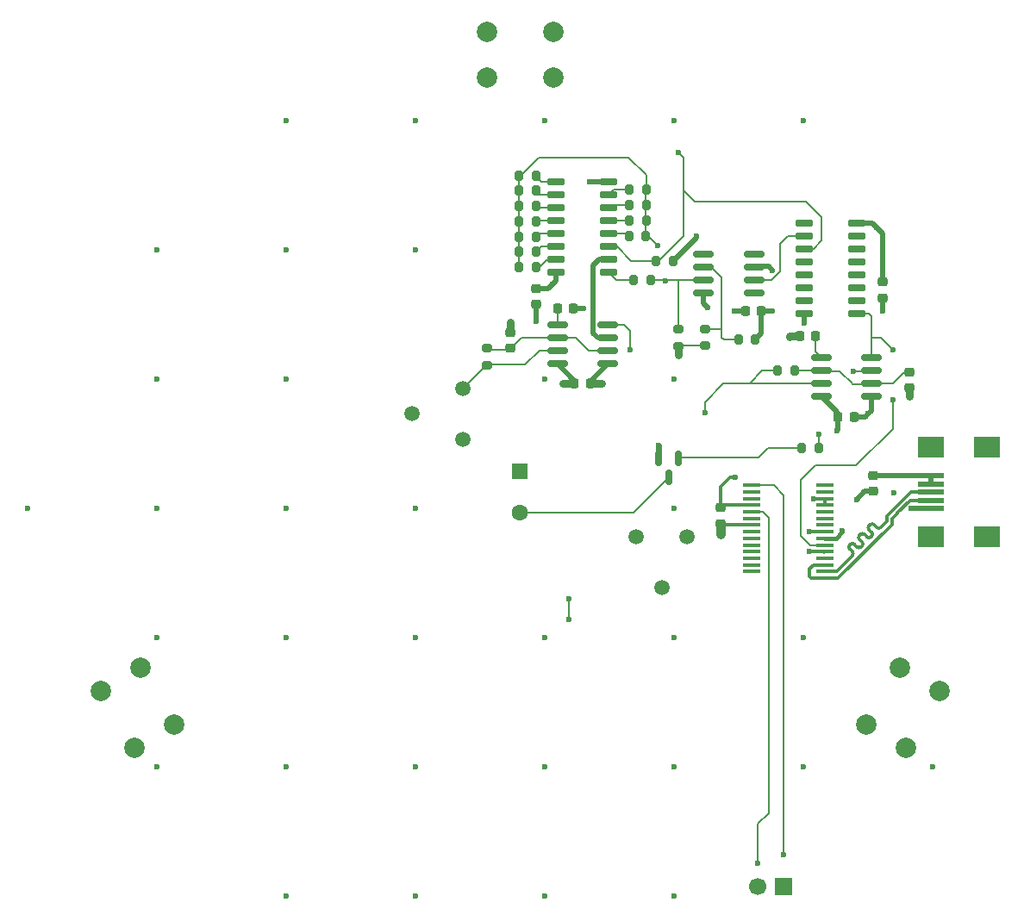
<source format=gbr>
%TF.GenerationSoftware,KiCad,Pcbnew,9.0.1*%
%TF.CreationDate,2025-05-12T19:59:27-03:00*%
%TF.ProjectId,proyecto_desarrollo,70726f79-6563-4746-9f5f-646573617272,rev?*%
%TF.SameCoordinates,Original*%
%TF.FileFunction,Copper,L1,Top*%
%TF.FilePolarity,Positive*%
%FSLAX46Y46*%
G04 Gerber Fmt 4.6, Leading zero omitted, Abs format (unit mm)*
G04 Created by KiCad (PCBNEW 9.0.1) date 2025-05-12 19:59:27*
%MOMM*%
%LPD*%
G01*
G04 APERTURE LIST*
G04 Aperture macros list*
%AMRoundRect*
0 Rectangle with rounded corners*
0 $1 Rounding radius*
0 $2 $3 $4 $5 $6 $7 $8 $9 X,Y pos of 4 corners*
0 Add a 4 corners polygon primitive as box body*
4,1,4,$2,$3,$4,$5,$6,$7,$8,$9,$2,$3,0*
0 Add four circle primitives for the rounded corners*
1,1,$1+$1,$2,$3*
1,1,$1+$1,$4,$5*
1,1,$1+$1,$6,$7*
1,1,$1+$1,$8,$9*
0 Add four rect primitives between the rounded corners*
20,1,$1+$1,$2,$3,$4,$5,0*
20,1,$1+$1,$4,$5,$6,$7,0*
20,1,$1+$1,$6,$7,$8,$9,0*
20,1,$1+$1,$8,$9,$2,$3,0*%
G04 Aperture macros list end*
%TA.AperFunction,SMDPad,CuDef*%
%ADD10RoundRect,0.225000X-0.250000X0.225000X-0.250000X-0.225000X0.250000X-0.225000X0.250000X0.225000X0*%
%TD*%
%TA.AperFunction,SMDPad,CuDef*%
%ADD11RoundRect,0.225000X0.225000X0.250000X-0.225000X0.250000X-0.225000X-0.250000X0.225000X-0.250000X0*%
%TD*%
%TA.AperFunction,SMDPad,CuDef*%
%ADD12RoundRect,0.150000X0.825000X0.150000X-0.825000X0.150000X-0.825000X-0.150000X0.825000X-0.150000X0*%
%TD*%
%TA.AperFunction,SMDPad,CuDef*%
%ADD13RoundRect,0.200000X0.200000X0.275000X-0.200000X0.275000X-0.200000X-0.275000X0.200000X-0.275000X0*%
%TD*%
%TA.AperFunction,SMDPad,CuDef*%
%ADD14RoundRect,0.150000X-0.150000X0.587500X-0.150000X-0.587500X0.150000X-0.587500X0.150000X0.587500X0*%
%TD*%
%TA.AperFunction,SMDPad,CuDef*%
%ADD15RoundRect,0.200000X-0.275000X0.200000X-0.275000X-0.200000X0.275000X-0.200000X0.275000X0.200000X0*%
%TD*%
%TA.AperFunction,SMDPad,CuDef*%
%ADD16RoundRect,0.200000X0.275000X-0.200000X0.275000X0.200000X-0.275000X0.200000X-0.275000X-0.200000X0*%
%TD*%
%TA.AperFunction,SMDPad,CuDef*%
%ADD17RoundRect,0.200000X-0.200000X-0.275000X0.200000X-0.275000X0.200000X0.275000X-0.200000X0.275000X0*%
%TD*%
%TA.AperFunction,SMDPad,CuDef*%
%ADD18RoundRect,0.225000X-0.225000X-0.250000X0.225000X-0.250000X0.225000X0.250000X-0.225000X0.250000X0*%
%TD*%
%TA.AperFunction,ComponentPad*%
%ADD19C,1.498600*%
%TD*%
%TA.AperFunction,SMDPad,CuDef*%
%ADD20RoundRect,0.150000X0.725000X0.150000X-0.725000X0.150000X-0.725000X-0.150000X0.725000X-0.150000X0*%
%TD*%
%TA.AperFunction,SMDPad,CuDef*%
%ADD21RoundRect,0.225000X0.250000X-0.225000X0.250000X0.225000X-0.250000X0.225000X-0.250000X-0.225000X0*%
%TD*%
%TA.AperFunction,ComponentPad*%
%ADD22C,2.000000*%
%TD*%
%TA.AperFunction,SMDPad,CuDef*%
%ADD23RoundRect,0.150000X-0.725000X-0.150000X0.725000X-0.150000X0.725000X0.150000X-0.725000X0.150000X0*%
%TD*%
%TA.AperFunction,SMDPad,CuDef*%
%ADD24R,1.750000X0.450000*%
%TD*%
%TA.AperFunction,ComponentPad*%
%ADD25R,1.700000X1.700000*%
%TD*%
%TA.AperFunction,ComponentPad*%
%ADD26C,1.700000*%
%TD*%
%TA.AperFunction,SMDPad,CuDef*%
%ADD27R,2.500000X0.500000*%
%TD*%
%TA.AperFunction,SMDPad,CuDef*%
%ADD28R,2.500000X2.000000*%
%TD*%
%TA.AperFunction,SMDPad,CuDef*%
%ADD29RoundRect,0.150000X-0.825000X-0.150000X0.825000X-0.150000X0.825000X0.150000X-0.825000X0.150000X0*%
%TD*%
%TA.AperFunction,ComponentPad*%
%ADD30R,1.600000X1.600000*%
%TD*%
%TA.AperFunction,ComponentPad*%
%ADD31C,1.600000*%
%TD*%
%TA.AperFunction,ViaPad*%
%ADD32C,0.600000*%
%TD*%
%TA.AperFunction,Conductor*%
%ADD33C,0.200000*%
%TD*%
%TA.AperFunction,Conductor*%
%ADD34C,0.500000*%
%TD*%
%TA.AperFunction,Conductor*%
%ADD35C,0.300000*%
%TD*%
%TA.AperFunction,Conductor*%
%ADD36C,0.800000*%
%TD*%
%TA.AperFunction,Conductor*%
%ADD37C,0.400000*%
%TD*%
%TA.AperFunction,Conductor*%
%ADD38C,0.900000*%
%TD*%
%TA.AperFunction,Conductor*%
%ADD39C,0.600000*%
%TD*%
G04 APERTURE END LIST*
D10*
%TO.P,C11,1*%
%TO.N,+5V*%
X169675000Y-101550000D03*
%TO.P,C11,2*%
%TO.N,GND*%
X169675000Y-103100000D03*
%TD*%
D11*
%TO.P,C9,1*%
%TO.N,+5V*%
X173675000Y-82250000D03*
%TO.P,C9,2*%
%TO.N,GND*%
X172125000Y-82250000D03*
%TD*%
D12*
%TO.P,U1,1,GND*%
%TO.N,GND*%
X158610000Y-87405000D03*
%TO.P,U1,2,TR*%
%TO.N,Net-(U1-THR)*%
X158610000Y-86135000D03*
%TO.P,U1,3,Q*%
%TO.N,/clock*%
X158610000Y-84865000D03*
%TO.P,U1,4,R*%
%TO.N,Net-(SW1-B)*%
X158610000Y-83595000D03*
%TO.P,U1,5,CV*%
%TO.N,Net-(U1-CV)*%
X153660000Y-83595000D03*
%TO.P,U1,6,THR*%
%TO.N,Net-(U1-THR)*%
X153660000Y-84865000D03*
%TO.P,U1,7,DIS*%
%TO.N,Net-(U1-DIS)*%
X153660000Y-86135000D03*
%TO.P,U1,8,VCC*%
%TO.N,+5V*%
X153660000Y-87405000D03*
%TD*%
D13*
%TO.P,R9,1*%
%TO.N,Net-(U3-Q3)*%
X151525000Y-74900000D03*
%TO.P,R9,2*%
%TO.N,Net-(U5-+)*%
X149875000Y-74900000D03*
%TD*%
D14*
%TO.P,Q1,1,B*%
%TO.N,Net-(Q1-B)*%
X165525000Y-96687500D03*
%TO.P,Q1,2,E*%
%TO.N,GND*%
X163625000Y-96687500D03*
%TO.P,Q1,3,C*%
%TO.N,Net-(BZ1--)*%
X164575000Y-98562500D03*
%TD*%
D13*
%TO.P,R5,1*%
%TO.N,Net-(U2-Q)*%
X179325000Y-95700000D03*
%TO.P,R5,2*%
%TO.N,Net-(Q1-B)*%
X177675000Y-95700000D03*
%TD*%
D15*
%TO.P,R19,1*%
%TO.N,Net-(U5--)*%
X168200000Y-83975000D03*
%TO.P,R19,2*%
%TO.N,GND*%
X168200000Y-85625000D03*
%TD*%
D13*
%TO.P,R18,1*%
%TO.N,+5V*%
X173075000Y-85000000D03*
%TO.P,R18,2*%
%TO.N,Net-(U5--)*%
X171425000Y-85000000D03*
%TD*%
D16*
%TO.P,R1,1*%
%TO.N,Net-(U1-DIS)*%
X146700000Y-87525000D03*
%TO.P,R1,2*%
%TO.N,Net-(U1-THR)*%
X146700000Y-85875000D03*
%TD*%
D17*
%TO.P,R13,1*%
%TO.N,Net-(U3-Q7)*%
X160725000Y-73325000D03*
%TO.P,R13,2*%
%TO.N,Net-(U5-+)*%
X162375000Y-73325000D03*
%TD*%
D18*
%TO.P,C1,1*%
%TO.N,Net-(U1-CV)*%
X153675000Y-82000000D03*
%TO.P,C1,2*%
%TO.N,GND*%
X155225000Y-82000000D03*
%TD*%
%TO.P,C3,1*%
%TO.N,+5V*%
X155325000Y-89300000D03*
%TO.P,C3,2*%
%TO.N,GND*%
X156875000Y-89300000D03*
%TD*%
D12*
%TO.P,U2,1,GND*%
%TO.N,GND*%
X184507499Y-90600000D03*
%TO.P,U2,2,TR*%
%TO.N,Net-(U2-THR)*%
X184507499Y-89330000D03*
%TO.P,U2,3,Q*%
%TO.N,Net-(U2-Q)*%
X184507499Y-88060000D03*
%TO.P,U2,4,R*%
%TO.N,/alarm*%
X184507499Y-86790000D03*
%TO.P,U2,5,CV*%
%TO.N,Net-(U2-CV)*%
X179557499Y-86790000D03*
%TO.P,U2,6,THR*%
%TO.N,Net-(U2-THR)*%
X179557499Y-88060000D03*
%TO.P,U2,7,DIS*%
%TO.N,Net-(U2-DIS)*%
X179557499Y-89330000D03*
%TO.P,U2,8,VCC*%
%TO.N,+5V*%
X179557499Y-90600000D03*
%TD*%
D19*
%TO.P,RV2,1,1*%
%TO.N,+5V*%
X166400000Y-104400000D03*
%TO.P,RV2,2,2*%
X163900000Y-109400000D03*
%TO.P,RV2,3,3*%
%TO.N,Net-(U2-DIS)*%
X161400010Y-104400000D03*
%TD*%
D11*
%TO.P,C5,1*%
%TO.N,Net-(U2-CV)*%
X178982499Y-84700000D03*
%TO.P,C5,2*%
%TO.N,GND*%
X177432499Y-84700000D03*
%TD*%
D20*
%TO.P,U4,1,Q11*%
%TO.N,/alarm*%
X183075000Y-82445000D03*
%TO.P,U4,2,Q5*%
%TO.N,unconnected-(U4-Q5-Pad2)*%
X183075000Y-81175000D03*
%TO.P,U4,3,Q4*%
%TO.N,unconnected-(U4-Q4-Pad3)*%
X183075000Y-79905000D03*
%TO.P,U4,4,Q6*%
%TO.N,unconnected-(U4-Q6-Pad4)*%
X183075000Y-78635000D03*
%TO.P,U4,5,Q3*%
%TO.N,unconnected-(U4-Q3-Pad5)*%
X183075000Y-77365000D03*
%TO.P,U4,6,Q2*%
%TO.N,unconnected-(U4-Q2-Pad6)*%
X183075000Y-76095000D03*
%TO.P,U4,7,Q1*%
%TO.N,unconnected-(U4-Q1-Pad7)*%
X183075000Y-74825000D03*
%TO.P,U4,8,VSS*%
%TO.N,GND*%
X183075000Y-73555000D03*
%TO.P,U4,9,Q0*%
%TO.N,unconnected-(U4-Q0-Pad9)*%
X177925000Y-73555000D03*
%TO.P,U4,10,CLK*%
%TO.N,Net-(U4-CLK)*%
X177925000Y-74825000D03*
%TO.P,U4,11,Reset*%
%TO.N,/reset*%
X177925000Y-76095000D03*
%TO.P,U4,12,Q8*%
%TO.N,unconnected-(U4-Q8-Pad12)*%
X177925000Y-77365000D03*
%TO.P,U4,13,Q7*%
%TO.N,unconnected-(U4-Q7-Pad13)*%
X177925000Y-78635000D03*
%TO.P,U4,14,Q9*%
%TO.N,unconnected-(U4-Q9-Pad14)*%
X177925000Y-79905000D03*
%TO.P,U4,15,Q10*%
%TO.N,unconnected-(U4-Q10-Pad15)*%
X177925000Y-81175000D03*
%TO.P,U4,16,VDD*%
%TO.N,+5V*%
X177925000Y-82445000D03*
%TD*%
D17*
%TO.P,R6,1*%
%TO.N,Net-(U3-Q0)*%
X161175000Y-79200000D03*
%TO.P,R6,2*%
%TO.N,Net-(U5-+)*%
X162825000Y-79200000D03*
%TD*%
D21*
%TO.P,C10,1*%
%TO.N,+5V*%
X184700000Y-99950000D03*
%TO.P,C10,2*%
%TO.N,GND*%
X184700000Y-98400000D03*
%TD*%
D17*
%TO.P,R15,1*%
%TO.N,Net-(U3-Q9)*%
X160725000Y-71800000D03*
%TO.P,R15,2*%
%TO.N,Net-(U5-+)*%
X162375000Y-71800000D03*
%TD*%
D22*
%TO.P,SW3,1,A*%
%TO.N,/reset*%
X146750000Y-54750000D03*
X153250000Y-54750000D03*
%TO.P,SW3,2,B*%
%TO.N,GND*%
X146750000Y-59250000D03*
X153250000Y-59250000D03*
%TD*%
D23*
%TO.P,U3,1,Q11*%
%TO.N,Net-(U3-Q11)*%
X153500000Y-69555000D03*
%TO.P,U3,2,Q5*%
%TO.N,Net-(U3-Q5)*%
X153500000Y-70825000D03*
%TO.P,U3,3,Q4*%
%TO.N,Net-(U3-Q4)*%
X153500000Y-72095000D03*
%TO.P,U3,4,Q6*%
%TO.N,Net-(U3-Q6)*%
X153500000Y-73365000D03*
%TO.P,U3,5,Q3*%
%TO.N,Net-(U3-Q3)*%
X153500000Y-74635000D03*
%TO.P,U3,6,Q2*%
%TO.N,Net-(U3-Q2)*%
X153500000Y-75905000D03*
%TO.P,U3,7,Q1*%
%TO.N,Net-(U3-Q1)*%
X153500000Y-77175000D03*
%TO.P,U3,8,VSS*%
%TO.N,GND*%
X153500000Y-78445000D03*
%TO.P,U3,9,Q0*%
%TO.N,Net-(U3-Q0)*%
X158650000Y-78445000D03*
%TO.P,U3,10,CLK*%
%TO.N,/clock*%
X158650000Y-77175000D03*
%TO.P,U3,11,Reset*%
%TO.N,/reset*%
X158650000Y-75905000D03*
%TO.P,U3,12,Q8*%
%TO.N,Net-(U3-Q8)*%
X158650000Y-74635000D03*
%TO.P,U3,13,Q7*%
%TO.N,Net-(U3-Q7)*%
X158650000Y-73365000D03*
%TO.P,U3,14,Q9*%
%TO.N,Net-(U3-Q9)*%
X158650000Y-72095000D03*
%TO.P,U3,15,Q10*%
%TO.N,Net-(U3-Q10)*%
X158650000Y-70825000D03*
%TO.P,U3,16,VDD*%
%TO.N,+5V*%
X158650000Y-69555000D03*
%TD*%
D13*
%TO.P,R17,1*%
%TO.N,Net-(U3-Q11)*%
X151525000Y-68900000D03*
%TO.P,R17,2*%
%TO.N,Net-(U5-+)*%
X149875000Y-68900000D03*
%TD*%
D24*
%TO.P,U6,1,TXD*%
%TO.N,Net-(J2-Pin_1)*%
X172750000Y-99350000D03*
%TO.P,U6,2,DTR*%
%TO.N,unconnected-(U6-DTR-Pad2)*%
X172750000Y-100000000D03*
%TO.P,U6,3,RTS*%
%TO.N,unconnected-(U6-RTS-Pad3)*%
X172750000Y-100650000D03*
%TO.P,U6,4,VCCIO*%
%TO.N,+5V*%
X172750000Y-101300000D03*
%TO.P,U6,5,RXD*%
%TO.N,Net-(J2-Pin_2)*%
X172750000Y-101950000D03*
%TO.P,U6,6,RI*%
%TO.N,unconnected-(U6-RI-Pad6)*%
X172750000Y-102600000D03*
%TO.P,U6,7,GND*%
%TO.N,GND*%
X172750000Y-103250000D03*
%TO.P,U6,8*%
%TO.N,N/C*%
X172750000Y-103900000D03*
%TO.P,U6,9,DCR*%
%TO.N,unconnected-(U6-DCR-Pad9)*%
X172750000Y-104550000D03*
%TO.P,U6,10,DCD*%
%TO.N,unconnected-(U6-DCD-Pad10)*%
X172750000Y-105200000D03*
%TO.P,U6,11,CTS*%
%TO.N,unconnected-(U6-CTS-Pad11)*%
X172750000Y-105850000D03*
%TO.P,U6,12,CBUS4*%
%TO.N,unconnected-(U6-CBUS4-Pad12)*%
X172750000Y-106500000D03*
%TO.P,U6,13,CBUS2*%
%TO.N,unconnected-(U6-CBUS2-Pad13)*%
X172750000Y-107150000D03*
%TO.P,U6,14,CBUS3*%
%TO.N,unconnected-(U6-CBUS3-Pad14)*%
X172750000Y-107800000D03*
%TO.P,U6,15,USBD+*%
%TO.N,/USB P*%
X179950000Y-107800000D03*
%TO.P,U6,16,USBD-*%
%TO.N,/USB N*%
X179950000Y-107150000D03*
%TO.P,U6,17,3V3OUT*%
%TO.N,unconnected-(U6-3V3OUT-Pad17)*%
X179950000Y-106500000D03*
%TO.P,U6,18,GND*%
%TO.N,GND*%
X179950000Y-105850000D03*
%TO.P,U6,19,~{RESET}*%
%TO.N,/alarm*%
X179950000Y-105200000D03*
%TO.P,U6,20,VCC*%
%TO.N,+5V*%
X179950000Y-104550000D03*
%TO.P,U6,21,GND*%
%TO.N,GND*%
X179950000Y-103900000D03*
%TO.P,U6,22,CBUS1*%
%TO.N,unconnected-(U6-CBUS1-Pad22)*%
X179950000Y-103250000D03*
%TO.P,U6,23,CBUS0*%
%TO.N,unconnected-(U6-CBUS0-Pad23)*%
X179950000Y-102600000D03*
%TO.P,U6,24*%
%TO.N,N/C*%
X179950000Y-101950000D03*
%TO.P,U6,25,AGND*%
%TO.N,GND*%
X179950000Y-101300000D03*
%TO.P,U6,26,TEST*%
X179950000Y-100650000D03*
%TO.P,U6,27,OSCI*%
%TO.N,unconnected-(U6-OSCI-Pad27)*%
X179950000Y-100000000D03*
%TO.P,U6,28,OSCO*%
%TO.N,unconnected-(U6-OSCO-Pad28)*%
X179950000Y-99350000D03*
%TD*%
D13*
%TO.P,R10,1*%
%TO.N,Net-(U3-Q4)*%
X151525000Y-71900000D03*
%TO.P,R10,2*%
%TO.N,Net-(U5-+)*%
X149875000Y-71900000D03*
%TD*%
D21*
%TO.P,C2,1*%
%TO.N,Net-(U1-THR)*%
X149000000Y-85875000D03*
%TO.P,C2,2*%
%TO.N,GND*%
X149000000Y-84325000D03*
%TD*%
D25*
%TO.P,J2,1,Pin_1*%
%TO.N,Net-(J2-Pin_1)*%
X175900000Y-138800000D03*
D26*
%TO.P,J2,2,Pin_2*%
%TO.N,Net-(J2-Pin_2)*%
X173360000Y-138800000D03*
%TD*%
D18*
%TO.P,C4,1*%
%TO.N,+5V*%
X181225000Y-92650000D03*
%TO.P,C4,2*%
%TO.N,GND*%
X182775000Y-92650000D03*
%TD*%
D21*
%TO.P,C8,1*%
%TO.N,+5V*%
X185600000Y-80925000D03*
%TO.P,C8,2*%
%TO.N,GND*%
X185600000Y-79375000D03*
%TD*%
D17*
%TO.P,R16,1*%
%TO.N,Net-(U3-Q10)*%
X160725000Y-70300000D03*
%TO.P,R16,2*%
%TO.N,Net-(U5-+)*%
X162375000Y-70300000D03*
%TD*%
D21*
%TO.P,C7,1*%
%TO.N,+5V*%
X151600000Y-81575000D03*
%TO.P,C7,2*%
%TO.N,GND*%
X151600000Y-80025000D03*
%TD*%
D13*
%TO.P,R2,1*%
%TO.N,+5V*%
X165025000Y-77300000D03*
%TO.P,R2,2*%
%TO.N,/reset*%
X163375000Y-77300000D03*
%TD*%
D27*
%TO.P,J1,1,VBUS*%
%TO.N,+5V*%
X190375000Y-101600000D03*
%TO.P,J1,2,D-*%
%TO.N,/USB N*%
X190375000Y-100800000D03*
%TO.P,J1,3,D+*%
%TO.N,/USB P*%
X190375000Y-100000000D03*
%TO.P,J1,4,GND*%
%TO.N,GND*%
X190375000Y-99200000D03*
%TO.P,J1,5,Shield*%
X190375000Y-98400000D03*
D28*
%TO.P,J1,6*%
%TO.N,N/C*%
X190375000Y-104400000D03*
X195875000Y-104400000D03*
X190375000Y-95600000D03*
X195875000Y-95600000D03*
%TD*%
D19*
%TO.P,RV1,1,1*%
%TO.N,+5V*%
X144400000Y-94800000D03*
%TO.P,RV1,2,2*%
X139400000Y-92300000D03*
%TO.P,RV1,3,3*%
%TO.N,Net-(U1-DIS)*%
X144400000Y-89800010D03*
%TD*%
D10*
%TO.P,C6,1*%
%TO.N,Net-(U2-THR)*%
X188200000Y-88200000D03*
%TO.P,C6,2*%
%TO.N,GND*%
X188200000Y-89750000D03*
%TD*%
D22*
%TO.P,SW1,1,A*%
%TO.N,+5V*%
X191173558Y-119510418D03*
X187923558Y-125139583D03*
%TO.P,SW1,2,B*%
%TO.N,Net-(SW1-B)*%
X187276444Y-117260418D03*
X184026444Y-122889583D03*
%TD*%
D13*
%TO.P,R7,1*%
%TO.N,Net-(U3-Q1)*%
X151525000Y-77900000D03*
%TO.P,R7,2*%
%TO.N,Net-(U5-+)*%
X149875000Y-77900000D03*
%TD*%
D22*
%TO.P,SW2,1,A*%
%TO.N,+5V*%
X112076443Y-125139583D03*
X108826443Y-119510418D03*
%TO.P,SW2,2,B*%
%TO.N,Net-(SW1-B)*%
X115973557Y-122889583D03*
X112723557Y-117260418D03*
%TD*%
D13*
%TO.P,R12,1*%
%TO.N,Net-(U3-Q6)*%
X151525000Y-73400000D03*
%TO.P,R12,2*%
%TO.N,Net-(U5-+)*%
X149875000Y-73400000D03*
%TD*%
D29*
%TO.P,U5,1,NULL*%
%TO.N,unconnected-(U5-NULL-Pad1)*%
X168025000Y-76595000D03*
%TO.P,U5,2,-*%
%TO.N,Net-(U5--)*%
X168025000Y-77865000D03*
%TO.P,U5,3,+*%
%TO.N,Net-(U5-+)*%
X168025000Y-79135000D03*
%TO.P,U5,4,V-*%
%TO.N,GND*%
X168025000Y-80405000D03*
%TO.P,U5,5,NULL*%
%TO.N,unconnected-(U5-NULL-Pad5)*%
X172975000Y-80405000D03*
%TO.P,U5,6*%
%TO.N,Net-(U4-CLK)*%
X172975000Y-79135000D03*
%TO.P,U5,7,V+*%
%TO.N,+5V*%
X172975000Y-77865000D03*
%TO.P,U5,8,NC*%
%TO.N,unconnected-(U5-NC-Pad8)*%
X172975000Y-76595000D03*
%TD*%
D30*
%TO.P,BZ1,1,+*%
%TO.N,+5V*%
X150000000Y-98000000D03*
D31*
%TO.P,BZ1,2,-*%
%TO.N,Net-(BZ1--)*%
X150000000Y-102000000D03*
%TD*%
D13*
%TO.P,R8,1*%
%TO.N,Net-(U3-Q2)*%
X151525000Y-76400000D03*
%TO.P,R8,2*%
%TO.N,Net-(U5-+)*%
X149875000Y-76400000D03*
%TD*%
%TO.P,R11,1*%
%TO.N,Net-(U3-Q5)*%
X151525000Y-70400000D03*
%TO.P,R11,2*%
%TO.N,Net-(U5-+)*%
X149875000Y-70400000D03*
%TD*%
D15*
%TO.P,R3,1*%
%TO.N,Net-(U5-+)*%
X165500000Y-84000000D03*
%TO.P,R3,2*%
%TO.N,GND*%
X165500000Y-85650000D03*
%TD*%
D17*
%TO.P,R4,1*%
%TO.N,Net-(U2-DIS)*%
X175300000Y-88075000D03*
%TO.P,R4,2*%
%TO.N,Net-(U2-THR)*%
X176950000Y-88075000D03*
%TD*%
%TO.P,R14,1*%
%TO.N,Net-(U3-Q8)*%
X160700000Y-74825000D03*
%TO.P,R14,2*%
%TO.N,Net-(U5-+)*%
X162350000Y-74825000D03*
%TD*%
D32*
%TO.N,/reset*%
X165550000Y-66600000D03*
%TO.N,+5V*%
X156850000Y-69550000D03*
X181125000Y-94000000D03*
X174800000Y-82250000D03*
X171150000Y-98550000D03*
X154200000Y-89300000D03*
X185600000Y-82200000D03*
X177900000Y-83400000D03*
X151600000Y-83200000D03*
X188425000Y-101600000D03*
X167325000Y-74850000D03*
X181625000Y-103775000D03*
X183050000Y-100750000D03*
X174750735Y-78200735D03*
%TO.N,GND*%
X165100000Y-101600000D03*
X127000000Y-101600000D03*
X177800000Y-63500000D03*
X149000000Y-83325000D03*
X127000000Y-88900000D03*
X186700000Y-100100000D03*
X165100000Y-63500000D03*
X139700000Y-63500000D03*
X163625000Y-95400000D03*
X139700000Y-76200000D03*
X169675000Y-104175000D03*
X177800000Y-114300000D03*
X165100000Y-114300000D03*
X177800000Y-127000000D03*
X186700000Y-98400000D03*
X101600000Y-101600000D03*
X165100000Y-139700000D03*
X127000000Y-127000000D03*
X184200000Y-92300000D03*
X139700000Y-101600000D03*
X152400000Y-88900000D03*
X190500000Y-127000000D03*
X114300000Y-114300000D03*
X114300000Y-127000000D03*
X178821489Y-100655968D03*
X114300000Y-101600000D03*
X178400000Y-103900000D03*
X139700000Y-114300000D03*
X158000000Y-89300000D03*
X139700000Y-139700000D03*
X152400000Y-127000000D03*
X114300000Y-76200000D03*
X127000000Y-63500000D03*
X152400000Y-114300000D03*
X127000000Y-76200000D03*
X127000000Y-114300000D03*
X153144669Y-79594669D03*
X168450000Y-81850000D03*
X139700000Y-127000000D03*
X152400000Y-139700000D03*
X185000000Y-74000000D03*
X114300000Y-88900000D03*
X171000000Y-82250000D03*
X127000000Y-139700000D03*
X165500000Y-86550000D03*
X165100000Y-88900000D03*
X156250000Y-82000000D03*
X178375000Y-105850000D03*
X188200000Y-90625000D03*
X176425000Y-84725000D03*
X152400000Y-63500000D03*
X165100000Y-127000000D03*
%TO.N,Net-(U5-+)*%
X163512500Y-75762500D03*
X164250000Y-79250000D03*
%TO.N,Net-(U2-DIS)*%
X168125000Y-92200000D03*
%TO.N,Net-(U2-Q)*%
X179300000Y-94300000D03*
X182700000Y-88100000D03*
%TO.N,Net-(SW1-B)*%
X154750000Y-112525000D03*
X154750000Y-110525000D03*
X160800000Y-86000000D03*
%TO.N,/alarm*%
X186600000Y-86000000D03*
X186600000Y-90900000D03*
%TO.N,Net-(J2-Pin_2)*%
X173350000Y-136500000D03*
%TO.N,Net-(J2-Pin_1)*%
X175900000Y-135650000D03*
%TD*%
D33*
%TO.N,Net-(BZ1--)*%
X164575000Y-98562500D02*
X161137500Y-102000000D01*
X161137500Y-102000000D02*
X150000000Y-102000000D01*
D34*
%TO.N,+5V*%
X181100000Y-92525000D02*
X181100000Y-92142501D01*
D35*
X169675000Y-99475000D02*
X169675000Y-101550000D01*
D34*
X177900000Y-82470000D02*
X177925000Y-82445000D01*
X167325000Y-74850000D02*
X167325000Y-75000000D01*
X151600000Y-83200000D02*
X151600000Y-81575000D01*
X167325000Y-75000000D02*
X165025000Y-77300000D01*
X172990000Y-77850000D02*
X172975000Y-77865000D01*
X181225000Y-93900000D02*
X181225000Y-92650000D01*
X156850000Y-69550000D02*
X158645000Y-69550000D01*
D36*
X154200000Y-89300000D02*
X155325000Y-89300000D01*
D34*
X156775000Y-69475000D02*
X156850000Y-69550000D01*
X174750735Y-78200735D02*
X174400000Y-77850000D01*
X174400000Y-77850000D02*
X172990000Y-77850000D01*
D37*
X181625000Y-103775000D02*
X181625000Y-103925000D01*
D34*
X181225000Y-92650000D02*
X181100000Y-92525000D01*
X177900000Y-83400000D02*
X177900000Y-82470000D01*
D35*
X170600000Y-98550000D02*
X169675000Y-99475000D01*
D34*
X190375000Y-101600000D02*
X188425000Y-101600000D01*
D35*
X171150000Y-98550000D02*
X170600000Y-98550000D01*
D34*
X173675000Y-82250000D02*
X174800000Y-82250000D01*
D37*
X181000000Y-104550000D02*
X179950000Y-104550000D01*
D34*
X173675000Y-84400000D02*
X173075000Y-85000000D01*
X183050000Y-100750000D02*
X183850000Y-99950000D01*
D37*
X181625000Y-103925000D02*
X181000000Y-104550000D01*
D34*
X185600000Y-80925000D02*
X185600000Y-82200000D01*
X181100000Y-92142501D02*
X179557499Y-90600000D01*
X153660000Y-87405000D02*
X155325000Y-89070000D01*
X158645000Y-69550000D02*
X158650000Y-69555000D01*
X181125000Y-94000000D02*
X181225000Y-93900000D01*
X173675000Y-82250000D02*
X173675000Y-84400000D01*
X183850000Y-99950000D02*
X184700000Y-99950000D01*
D35*
X169925000Y-101300000D02*
X169675000Y-101550000D01*
X172750000Y-101300000D02*
X169925000Y-101300000D01*
D34*
%TO.N,Net-(U1-CV)*%
X153675000Y-83580000D02*
X153660000Y-83595000D01*
D33*
X153675000Y-82000000D02*
X153675000Y-83580000D01*
D34*
%TO.N,GND*%
X168450000Y-81850000D02*
X168025000Y-81425000D01*
D35*
X178827457Y-100650000D02*
X178821489Y-100655968D01*
D36*
X188200000Y-89750000D02*
X188200000Y-90625000D01*
X176450000Y-84700000D02*
X176425000Y-84725000D01*
D33*
X168175000Y-85650000D02*
X168200000Y-85625000D01*
D35*
X179950000Y-103900000D02*
X178400000Y-103900000D01*
D34*
X168025000Y-81425000D02*
X168025000Y-80405000D01*
X190375000Y-98400000D02*
X186700000Y-98400000D01*
D36*
X177432499Y-84700000D02*
X176450000Y-84700000D01*
D35*
X172750000Y-103250000D02*
X169825000Y-103250000D01*
D34*
X184555000Y-73555000D02*
X185000000Y-74000000D01*
D35*
X179950000Y-101300000D02*
X179950000Y-100650000D01*
D34*
X171000000Y-82250000D02*
X172125000Y-82250000D01*
D33*
X168200000Y-85625000D02*
X165525000Y-85625000D01*
D36*
X156875000Y-89300000D02*
X158000000Y-89300000D01*
D38*
X169675000Y-104175000D02*
X169675000Y-103100000D01*
D34*
X186700000Y-98400000D02*
X184700000Y-98400000D01*
D33*
X165525000Y-85625000D02*
X165500000Y-85650000D01*
D34*
X158610000Y-87405000D02*
X156875000Y-89140000D01*
D35*
X179950000Y-100650000D02*
X178827457Y-100650000D01*
D36*
X165500000Y-85650000D02*
X165500000Y-86550000D01*
D34*
X184200000Y-92300000D02*
X183900000Y-92600000D01*
X185600000Y-79375000D02*
X185600000Y-74600000D01*
D39*
X163625000Y-95400000D02*
X163625000Y-96687500D01*
D34*
X185600000Y-74600000D02*
X185000000Y-74000000D01*
D36*
X149000000Y-84325000D02*
X149000000Y-83325000D01*
D35*
X169775000Y-103000000D02*
X169675000Y-103100000D01*
D34*
X184200000Y-92300000D02*
X184507499Y-91992501D01*
X151920000Y-80025000D02*
X152714338Y-80025000D01*
X153500000Y-79150000D02*
X153500000Y-79239338D01*
X152714338Y-80025000D02*
X153144669Y-79594669D01*
X153500000Y-79150000D02*
X153500000Y-78445000D01*
X183900000Y-92600000D02*
X182825000Y-92600000D01*
X183075000Y-73555000D02*
X184555000Y-73555000D01*
X153500000Y-79239338D02*
X153144669Y-79594669D01*
X182825000Y-92600000D02*
X182775000Y-92650000D01*
D35*
X169825000Y-103250000D02*
X169675000Y-103100000D01*
X179825000Y-105850000D02*
X179875000Y-105900000D01*
D34*
X184500000Y-90607499D02*
X184507499Y-90600000D01*
X155225000Y-82000000D02*
X156250000Y-82000000D01*
D35*
X178375000Y-105850000D02*
X179825000Y-105850000D01*
D34*
X190375000Y-98400000D02*
X190375000Y-99200000D01*
X184507499Y-91992501D02*
X184507499Y-90600000D01*
D33*
%TO.N,Net-(U1-THR)*%
X153660000Y-84865000D02*
X150085000Y-84865000D01*
X155465000Y-84865000D02*
X156735000Y-86135000D01*
X153660000Y-84865000D02*
X155465000Y-84865000D01*
X156735000Y-86135000D02*
X158610000Y-86135000D01*
X146650000Y-86000000D02*
X148950000Y-86000000D01*
X150085000Y-84865000D02*
X148950000Y-86000000D01*
%TO.N,Net-(U2-CV)*%
X178957499Y-86190000D02*
X179557499Y-86790000D01*
X178957499Y-84700000D02*
X178957499Y-86190000D01*
%TO.N,Net-(U2-THR)*%
X183732500Y-89400000D02*
X182670000Y-89400000D01*
X182670000Y-89400000D02*
X182635000Y-89365000D01*
X179557499Y-88060000D02*
X176965000Y-88060000D01*
X184707499Y-89400000D02*
X183732500Y-89400000D01*
X184507499Y-89330000D02*
X186602499Y-89330000D01*
X187732499Y-88200000D02*
X188200000Y-88200000D01*
X186602499Y-89330000D02*
X187732499Y-88200000D01*
X182635000Y-89365000D02*
X181400000Y-88130000D01*
X176965000Y-88060000D02*
X176950000Y-88075000D01*
X181400000Y-88130000D02*
X179757499Y-88130000D01*
D35*
%TO.N,/USB P*%
X181100000Y-107800000D02*
X182125000Y-106775000D01*
X182836256Y-105130849D02*
X183101273Y-105395866D01*
X188395826Y-100000000D02*
X186205744Y-102190082D01*
X185990901Y-102404925D02*
X185990901Y-102890901D01*
X185409273Y-103472532D02*
X185505438Y-103376365D01*
X183582104Y-104915032D02*
X183317055Y-104649983D01*
X182125000Y-106775000D02*
X182125000Y-106756802D01*
X186205744Y-102190082D02*
X185990901Y-102404925D01*
X190375000Y-100000000D02*
X188395826Y-100000000D01*
X182399574Y-106482228D02*
X182620437Y-106261365D01*
X182125000Y-106756802D02*
X182399574Y-106482228D01*
X184759545Y-103207470D02*
X185024607Y-103472532D01*
X184447606Y-104434199D02*
X184543771Y-104338032D01*
X185505438Y-103376365D02*
X185990901Y-102890901D01*
X182620437Y-105876699D02*
X182355421Y-105611683D01*
X184543771Y-104338032D02*
X184543771Y-104338031D01*
X183582104Y-105299699D02*
X183582104Y-105299698D01*
X183317055Y-104265317D02*
X183413224Y-104169149D01*
X179950000Y-107800000D02*
X181100000Y-107800000D01*
X183797890Y-104169149D02*
X184062940Y-104434199D01*
X183485939Y-105395866D02*
X183582104Y-105299699D01*
X184543771Y-103953365D02*
X184278710Y-103688304D01*
X182355421Y-105227017D02*
X182451590Y-105130849D01*
X184278710Y-103303638D02*
X184374879Y-103207470D01*
X184278710Y-103688304D02*
G75*
G02*
X184278739Y-103303667I192290J192304D01*
G01*
X184062940Y-104434199D02*
G75*
G03*
X184447606Y-104434199I192333J192333D01*
G01*
X182451590Y-105130849D02*
G75*
G02*
X182836256Y-105130849I192333J-192333D01*
G01*
X184374879Y-103207470D02*
G75*
G02*
X184759545Y-103207470I192333J-192333D01*
G01*
X185024607Y-103472532D02*
G75*
G03*
X185409273Y-103472532I192333J192333D01*
G01*
X183101273Y-105395866D02*
G75*
G03*
X183485939Y-105395866I192333J192333D01*
G01*
X183582104Y-105299698D02*
G75*
G03*
X183582069Y-104915067I-192304J192298D01*
G01*
X184543771Y-104338031D02*
G75*
G03*
X184543769Y-103953367I-192371J192331D01*
G01*
X183413224Y-104169149D02*
G75*
G02*
X183797890Y-104169149I192333J-192333D01*
G01*
X182355421Y-105611683D02*
G75*
G02*
X182355471Y-105227067I192379J192283D01*
G01*
X182620437Y-106261365D02*
G75*
G03*
X182620469Y-105876667I-192337J192365D01*
G01*
X183317055Y-104649983D02*
G75*
G02*
X183317105Y-104265367I192345J192283D01*
G01*
%TO.N,/USB N*%
X190375000Y-100800000D02*
X189375000Y-100800000D01*
X186500000Y-102604346D02*
X187032573Y-102071773D01*
X178400000Y-107548000D02*
X178400000Y-108300000D01*
X178400000Y-108300000D02*
X178600000Y-108500000D01*
X187038236Y-102066110D02*
X188304346Y-100800000D01*
X178798000Y-107150000D02*
X178400000Y-107548000D01*
X186500000Y-103200000D02*
X186500000Y-102604346D01*
X187032573Y-102071773D02*
X187038236Y-102066110D01*
X178600000Y-108500000D02*
X181200000Y-108500000D01*
X188304346Y-100800000D02*
X190375000Y-100800000D01*
X179950000Y-107150000D02*
X178798000Y-107150000D01*
X181200000Y-108500000D02*
X186500000Y-103200000D01*
D33*
%TO.N,Net-(Q1-B)*%
X173400000Y-96600000D02*
X165612500Y-96600000D01*
X165612500Y-96600000D02*
X165525000Y-96687500D01*
X177675000Y-95700000D02*
X174300000Y-95700000D01*
X174300000Y-95700000D02*
X173400000Y-96600000D01*
%TO.N,Net-(U1-DIS)*%
X151865000Y-86135000D02*
X153660000Y-86135000D01*
X146700000Y-87525000D02*
X146725000Y-87500000D01*
X146700000Y-87525000D02*
X146675010Y-87525000D01*
X146725000Y-87500000D02*
X150500000Y-87500000D01*
X150500000Y-87500000D02*
X151865000Y-86135000D01*
X146675010Y-87525000D02*
X144400000Y-89800010D01*
%TO.N,/reset*%
X163375000Y-77212500D02*
X163375000Y-77300000D01*
X160919999Y-77300000D02*
X163375000Y-77300000D01*
X158650000Y-75905000D02*
X159524999Y-75905000D01*
X159524999Y-75905000D02*
X160919999Y-77300000D01*
%TO.N,Net-(U5-+)*%
X167810000Y-79200000D02*
X167875000Y-79135000D01*
X149850000Y-72075000D02*
X149875000Y-72100000D01*
X162350000Y-74825000D02*
X162350000Y-70325000D01*
X162575000Y-74825000D02*
X162350000Y-74825000D01*
X151850000Y-67100000D02*
X149850000Y-69100000D01*
X149875000Y-73550000D02*
X149875000Y-75025000D01*
X149850000Y-70600000D02*
X149850000Y-72075000D01*
X165500000Y-79200000D02*
X166200000Y-79200000D01*
X163512500Y-75762500D02*
X162575000Y-74825000D01*
X149875000Y-72100000D02*
X149875000Y-73550000D01*
X162575000Y-73575000D02*
X162375000Y-73375000D01*
X149875000Y-76500000D02*
X149875000Y-77950000D01*
X164200000Y-79200000D02*
X162825000Y-79200000D01*
X166200000Y-79200000D02*
X167810000Y-79200000D01*
X162375000Y-73375000D02*
X162375000Y-73325000D01*
X162350000Y-70325000D02*
X162375000Y-70300000D01*
X160625000Y-67100000D02*
X151850000Y-67100000D01*
X164250000Y-79250000D02*
X164200000Y-79200000D01*
X164300000Y-79200000D02*
X166200000Y-79200000D01*
X149875000Y-75025000D02*
X149875000Y-76500000D01*
X165500000Y-84000000D02*
X165500000Y-79200000D01*
X164250000Y-79250000D02*
X164300000Y-79200000D01*
X162400000Y-70275000D02*
X162400000Y-68875000D01*
X162375000Y-70300000D02*
X162400000Y-70275000D01*
X162400000Y-68875000D02*
X160625000Y-67100000D01*
X149850000Y-69100000D02*
X149850000Y-70600000D01*
%TO.N,Net-(U2-DIS)*%
X173780000Y-88075000D02*
X172525000Y-89330000D01*
X175300000Y-88075000D02*
X173780000Y-88075000D01*
X172525000Y-89330000D02*
X179557499Y-89330000D01*
X169970000Y-89330000D02*
X172525000Y-89330000D01*
X168125000Y-92200000D02*
X168125000Y-91175000D01*
X180169999Y-89400000D02*
X179757499Y-89400000D01*
X168125000Y-91175000D02*
X169970000Y-89330000D01*
X179757499Y-89400000D02*
X179657499Y-89500000D01*
%TO.N,Net-(U2-Q)*%
X182700000Y-88100000D02*
X184467499Y-88100000D01*
X184467499Y-88100000D02*
X184507499Y-88060000D01*
X179325000Y-95700000D02*
X179325000Y-94325000D01*
X179325000Y-94325000D02*
X179300000Y-94300000D01*
%TO.N,Net-(U3-Q0)*%
X161175000Y-79200000D02*
X159405000Y-79200000D01*
X159405000Y-79200000D02*
X158650000Y-78445000D01*
%TO.N,Net-(U3-Q1)*%
X153500000Y-77175000D02*
X152625001Y-77175000D01*
X152625001Y-77175000D02*
X151850001Y-77950000D01*
X151850001Y-77950000D02*
X151525000Y-77950000D01*
%TO.N,Net-(U3-Q2)*%
X153500000Y-75905000D02*
X152095000Y-75905000D01*
X151525000Y-76475000D02*
X151525000Y-76500000D01*
X152095000Y-75905000D02*
X151525000Y-76475000D01*
%TO.N,Net-(U3-Q3)*%
X153500000Y-74635000D02*
X151936798Y-74635000D01*
X151596798Y-74975000D02*
X151575000Y-74975000D01*
X151936798Y-74635000D02*
X151596798Y-74975000D01*
X151575000Y-74975000D02*
X151525000Y-75025000D01*
%TO.N,Net-(U3-Q4)*%
X151530000Y-72095000D02*
X151525000Y-72100000D01*
X153500000Y-72095000D02*
X151530000Y-72095000D01*
%TO.N,Net-(U3-Q5)*%
X151600000Y-70600000D02*
X151500000Y-70600000D01*
X153500000Y-70825000D02*
X151825000Y-70825000D01*
X151825000Y-70825000D02*
X151600000Y-70600000D01*
%TO.N,Net-(U3-Q6)*%
X153500000Y-73365000D02*
X151635000Y-73365000D01*
X151635000Y-73365000D02*
X151550000Y-73450000D01*
X151550000Y-73525000D02*
X151525000Y-73550000D01*
X153460000Y-73325000D02*
X153500000Y-73365000D01*
X151550000Y-73450000D02*
X151550000Y-73525000D01*
%TO.N,Net-(U3-Q7)*%
X158690000Y-73325000D02*
X158650000Y-73365000D01*
X160725000Y-73325000D02*
X158690000Y-73325000D01*
%TO.N,Net-(U3-Q8)*%
X160700000Y-74775000D02*
X160700000Y-74825000D01*
X160560000Y-74635000D02*
X160700000Y-74775000D01*
X158650000Y-74635000D02*
X160560000Y-74635000D01*
%TO.N,Net-(U3-Q9)*%
X160725000Y-71800000D02*
X158945000Y-71800000D01*
X158945000Y-71800000D02*
X158650000Y-72095000D01*
%TO.N,Net-(U3-Q10)*%
X159175000Y-70300000D02*
X158650000Y-70825000D01*
X160725000Y-70300000D02*
X159175000Y-70300000D01*
%TO.N,Net-(U3-Q11)*%
X151600000Y-69100000D02*
X151500000Y-69100000D01*
X152055000Y-69555000D02*
X151600000Y-69100000D01*
X153500000Y-69555000D02*
X152055000Y-69555000D01*
%TO.N,Net-(U5--)*%
X170000000Y-85000000D02*
X169800000Y-84800000D01*
X169800000Y-78930000D02*
X168735000Y-77865000D01*
X168735000Y-77865000D02*
X167875000Y-77865000D01*
X171425000Y-85000000D02*
X170000000Y-85000000D01*
X169800000Y-84800000D02*
X169800000Y-84000000D01*
X169800000Y-84000000D02*
X169800000Y-78930000D01*
X169775000Y-83975000D02*
X169800000Y-84000000D01*
X168200000Y-83975000D02*
X169775000Y-83975000D01*
%TO.N,Net-(SW1-B)*%
X160195000Y-83595000D02*
X160800000Y-84200000D01*
X160800000Y-84200000D02*
X160800000Y-86000000D01*
X154750000Y-112525000D02*
X154750000Y-110525000D01*
X158610000Y-83595000D02*
X160195000Y-83595000D01*
D34*
%TO.N,/clock*%
X157725000Y-77175000D02*
X157184000Y-77716000D01*
X157184000Y-77716000D02*
X157184000Y-84413999D01*
X157635001Y-84865000D02*
X158610000Y-84865000D01*
X158650000Y-77175000D02*
X157725000Y-77175000D01*
D33*
X158165000Y-84865000D02*
X158610000Y-84865000D01*
D34*
X157184000Y-84413999D02*
X157635001Y-84865000D01*
D33*
%TO.N,/alarm*%
X184507499Y-86790000D02*
X184507499Y-84800000D01*
X186600000Y-93800000D02*
X183000000Y-97400000D01*
X184507499Y-84800000D02*
X184507499Y-82707499D01*
X186600000Y-86000000D02*
X185400000Y-84800000D01*
X177600000Y-98800000D02*
X177600000Y-104325000D01*
X184507499Y-82707499D02*
X184245000Y-82445000D01*
X184245000Y-82445000D02*
X183075000Y-82445000D01*
X186600000Y-90900000D02*
X186600000Y-93800000D01*
X183000000Y-97400000D02*
X179000000Y-97400000D01*
X177600000Y-104325000D02*
X178475000Y-105200000D01*
X185400000Y-84800000D02*
X184507499Y-84800000D01*
X178475000Y-105200000D02*
X179950000Y-105200000D01*
X179000000Y-97400000D02*
X177600000Y-98800000D01*
%TO.N,Net-(U4-CLK)*%
X176294678Y-74825000D02*
X177925000Y-74825000D01*
X175500000Y-78300000D02*
X175500000Y-75619678D01*
X175500000Y-75619678D02*
X176294678Y-74825000D01*
X174665000Y-79135000D02*
X175500000Y-78300000D01*
X173125000Y-79135000D02*
X174665000Y-79135000D01*
%TO.N,Net-(J2-Pin_2)*%
X174400000Y-131550000D02*
X174400000Y-102548000D01*
X173350000Y-136500000D02*
X173350000Y-132600000D01*
X173350000Y-132600000D02*
X174400000Y-131550000D01*
X173802000Y-101950000D02*
X172750000Y-101950000D01*
X174400000Y-102548000D02*
X173802000Y-101950000D01*
%TO.N,Net-(J2-Pin_1)*%
X175900000Y-100300000D02*
X174900000Y-99300000D01*
X175900000Y-135650000D02*
X175900000Y-100300000D01*
X172800000Y-99300000D02*
X172750000Y-99350000D01*
X174900000Y-99300000D02*
X172800000Y-99300000D01*
%TO.N,/reset*%
X178799999Y-76095000D02*
X179600000Y-75294999D01*
X179600000Y-73000000D02*
X178100000Y-71500000D01*
X178100000Y-71500000D02*
X167175000Y-71500000D01*
X167175000Y-71500000D02*
X166075000Y-70400000D01*
X163600000Y-77300000D02*
X166075000Y-74825000D01*
X179600000Y-75294999D02*
X179600000Y-73000000D01*
X163375000Y-77300000D02*
X163600000Y-77300000D01*
X166075000Y-74825000D02*
X166075000Y-70400000D01*
X177925000Y-76095000D02*
X178799999Y-76095000D01*
X166075000Y-70400000D02*
X166075000Y-67125000D01*
X166075000Y-67125000D02*
X165550000Y-66600000D01*
%TD*%
M02*

</source>
